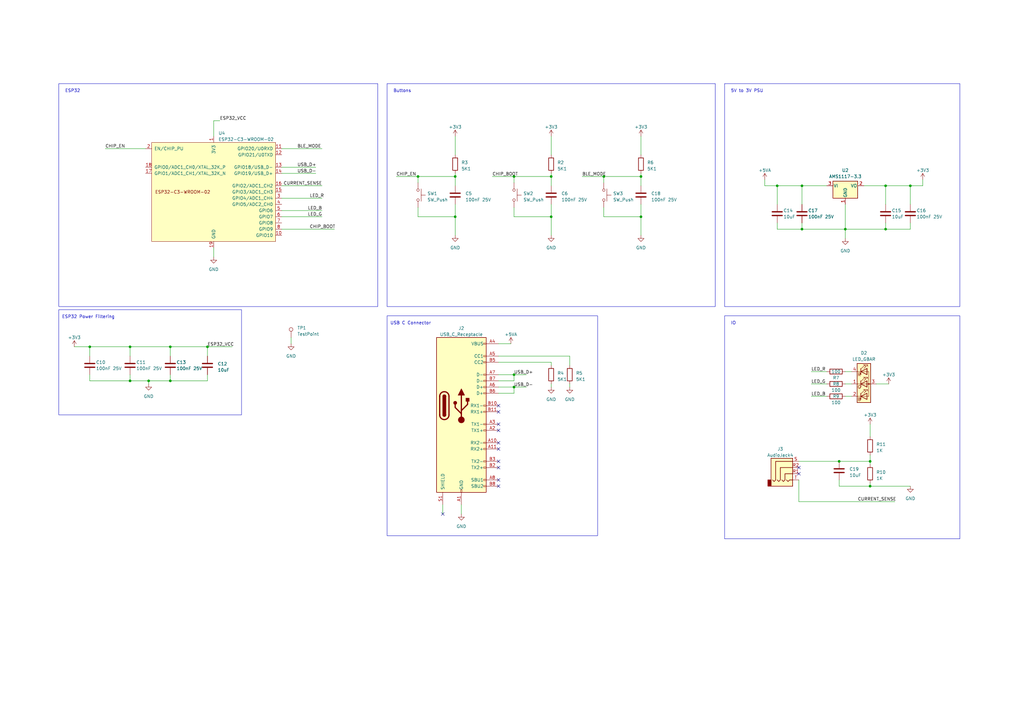
<source format=kicad_sch>
(kicad_sch (version 20230121) (generator eeschema)
  (paper "A3")
  (lib_symbols
    (symbol "Connector:AudioJack4"
      (property "Reference" "J" (at 0 8.89 0))
      (property "Value" "AudioJack4" (at 0 6.35 0))
      (symbol "AudioJack4_0_1"
        (rectangle (start -6.35 -5.08) (end -7.62 -7.62) (stroke (width 0.254)) (fill (type outline)))
        (polyline (pts (xy 0 -5.08) (xy 0.635 -5.715) (xy 1.27 -5.08) (xy 2.54 -5.08)) (stroke (width 0.254)))
        (polyline (pts (xy -5.715 -5.08) (xy -5.08 -5.715) (xy -4.445 -5.08) (xy -4.445 2.54) (xy 2.54 2.54)) (stroke (width 0.254)))
        (polyline (pts (xy -1.905 -5.08) (xy -1.27 -5.715) (xy -0.635 -5.08) (xy -0.635 -2.54) (xy 2.54 -2.54)) (stroke (width 0.254)))
        (polyline (pts (xy 2.54 0) (xy -2.54 0) (xy -2.54 -5.08) (xy -3.175 -5.715) (xy -3.81 -5.08)) (stroke (width 0.254)))
        (rectangle (start 2.54 3.81) (end -6.35 -7.62) (stroke (width 0.254)) (fill (type background)))
      )
      (symbol "AudioJack4_1_1"
        (pin passive line (at 5.08 -2.54 180) (length 2.54) (name "~") (number "R1"))
        (pin passive line (at 5.08 0 180) (length 2.54) (name "~") (number "R2"))
        (pin passive line (at 5.08 2.54 180) (length 2.54) (name "~") (number "S"))
        (pin passive line (at 5.08 -5.08 180) (length 2.54) (name "~") (number "T"))
      )
    )
    (symbol "Connector:TestPoint" (pin_numbers hide) (pin_names (offset 0.762) hide)
      (property "Reference" "TP" (at 0 6.858 0))
      (property "Value" "TestPoint" (at 0 5.08 0))
      (symbol "TestPoint_0_1"
        (circle (center 0 3.302) (radius 0.762))
      )
      (symbol "TestPoint_1_1"
        (pin passive line (at 0 0 90) (length 2.54) (name "1") (number "1"))
      )
    )
    (symbol "Connector:USB_C_Receptacle" (pin_names (offset 1.016))
      (property "Reference" "J2" (at 0 31.75 0))
      (property "Value" "USB_C_Receptacle" (at 0 29.21 0))
      (symbol "USB_C_Receptacle_0_0"
        (rectangle (start -0.254 -35.56) (end 0.254 -34.544))
        (rectangle (start 10.16 -32.766) (end 9.144 -33.274))
        (rectangle (start 10.16 -30.226) (end 9.144 -30.734))
        (rectangle (start 10.16 -25.146) (end 9.144 -25.654))
        (rectangle (start 10.16 -22.606) (end 9.144 -23.114))
        (rectangle (start 10.16 -17.526) (end 9.144 -18.034))
        (rectangle (start 10.16 -14.986) (end 9.144 -15.494))
        (rectangle (start 10.16 -9.906) (end 9.144 -10.414))
        (rectangle (start 10.16 -7.366) (end 9.144 -7.874))
        (rectangle (start 10.16 -2.286) (end 9.144 -2.794))
        (rectangle (start 10.16 0.254) (end 9.144 -0.254))
        (rectangle (start 10.16 5.334) (end 9.144 4.826))
        (rectangle (start 10.16 7.874) (end 9.144 7.366))
        (rectangle (start 10.16 10.414) (end 9.144 9.906))
        (rectangle (start 10.16 12.954) (end 9.144 12.446))
        (rectangle (start 10.16 18.034) (end 9.144 17.526))
        (rectangle (start 10.16 20.574) (end 9.144 20.066))
        (rectangle (start 10.16 25.654) (end 9.144 25.146))
      )
      (symbol "USB_C_Receptacle_0_1"
        (rectangle (start -10.16 27.94) (end 10.16 -35.56) (stroke (width 0.254)) (fill (type background)))
        (arc (start -8.89 -3.81) (mid -6.985 -5.7067) (end -5.08 -3.81) (stroke (width 0.508)))
        (arc (start -7.62 -3.81) (mid -6.985 -4.4423) (end -6.35 -3.81) (stroke (width 0.254)))
        (arc (start -7.62 -3.81) (mid -6.985 -4.4423) (end -6.35 -3.81) (stroke (width 0.254)) (fill (type outline)))
        (rectangle (start -7.62 -3.81) (end -6.35 3.81) (stroke (width 0.254)) (fill (type outline)))
        (arc (start -6.35 3.81) (mid -6.985 4.4423) (end -7.62 3.81) (stroke (width 0.254)))
        (arc (start -6.35 3.81) (mid -6.985 4.4423) (end -7.62 3.81) (stroke (width 0.254)) (fill (type outline)))
        (arc (start -5.08 3.81) (mid -6.985 5.7067) (end -8.89 3.81) (stroke (width 0.508)))
        (polyline (pts (xy -8.89 -3.81) (xy -8.89 3.81)) (stroke (width 0.508)))
        (polyline (pts (xy -5.08 3.81) (xy -5.08 -3.81)) (stroke (width 0.508)))
      )
      (symbol "USB_C_Receptacle_1_1"
        (circle (center -2.54 1.143) (radius 0.635) (stroke (width 0.254)) (fill (type outline)))
        (circle (center 0 -5.842) (radius 1.27) (fill (type outline)))
        (polyline (pts (xy 0 -5.842) (xy 0 4.318)) (stroke (width 0.508)))
        (polyline (pts (xy 0 -3.302) (xy -2.54 -0.762) (xy -2.54 0.508)) (stroke (width 0.508)))
        (polyline (pts (xy 0 -2.032) (xy 2.54 0.508) (xy 2.54 1.778)) (stroke (width 0.508)))
        (polyline (pts (xy -1.27 4.318) (xy 0 6.858) (xy 1.27 4.318) (xy -1.27 4.318)) (stroke (width 0.254)) (fill (type outline)))
        (rectangle (start 1.905 1.778) (end 3.175 3.048) (stroke (width 0.254)) (fill (type outline)))
        (pin passive line (at 0 -40.64 90) (length 5.08) (name "GND") (number "A1"))
        (pin bidirectional line (at 15.24 -15.24 180) (length 5.08) (name "RX2-") (number "A10"))
        (pin bidirectional line (at 15.24 -17.78 180) (length 5.08) (name "RX2+") (number "A11"))
        (pin passive line (at 0 -40.64 90) (length 5.08) hide (name "GND") (number "A12"))
        (pin bidirectional line (at 15.24 -10.16 180) (length 5.08) (name "TX1+") (number "A2"))
        (pin bidirectional line (at 15.24 -7.62 180) (length 5.08) (name "TX1-") (number "A3"))
        (pin passive line (at 15.24 25.4 180) (length 5.08) (name "VBUS") (number "A4"))
        (pin bidirectional line (at 15.24 20.32 180) (length 5.08) (name "CC1") (number "A5"))
        (pin bidirectional line (at 15.24 7.62 180) (length 5.08) (name "D+") (number "A6"))
        (pin bidirectional line (at 15.24 12.7 180) (length 5.08) (name "D-") (number "A7"))
        (pin bidirectional line (at 15.24 -30.48 180) (length 5.08) (name "SBU1") (number "A8"))
        (pin passive line (at 15.24 25.4 180) (length 5.08) hide (name "VBUS") (number "A9"))
        (pin passive line (at 0 -40.64 90) (length 5.08) hide (name "GND") (number "B1"))
        (pin bidirectional line (at 15.24 0 180) (length 5.08) (name "RX1-") (number "B10"))
        (pin bidirectional line (at 15.24 -2.54 180) (length 5.08) (name "RX1+") (number "B11"))
        (pin passive line (at 0 -40.64 90) (length 5.08) hide (name "GND") (number "B12"))
        (pin bidirectional line (at 15.24 -25.4 180) (length 5.08) (name "TX2+") (number "B2"))
        (pin bidirectional line (at 15.24 -22.86 180) (length 5.08) (name "TX2-") (number "B3"))
        (pin passive line (at 15.24 25.4 180) (length 5.08) hide (name "VBUS") (number "B4"))
        (pin bidirectional line (at 15.24 17.78 180) (length 5.08) (name "CC2") (number "B5"))
        (pin bidirectional line (at 15.24 5.08 180) (length 5.08) (name "D+") (number "B6"))
        (pin bidirectional line (at 15.24 10.16 180) (length 5.08) (name "D-") (number "B7"))
        (pin bidirectional line (at 15.24 -33.02 180) (length 5.08) (name "SBU2") (number "B8"))
        (pin passive line (at 15.24 25.4 180) (length 5.08) hide (name "VBUS") (number "B9"))
        (pin passive line (at -7.62 -40.64 90) (length 5.08) (name "SHIELD") (number "S1"))
      )
    )
    (symbol "Device:C" (pin_numbers hide) (pin_names (offset 0.254))
      (property "Reference" "C" (at 0.635 2.54 0))
      (property "Value" "C" (at 0.635 -2.54 0))
      (symbol "C_0_1"
        (polyline (pts (xy -2.032 -0.762) (xy 2.032 -0.762)) (stroke (width 0.508)))
        (polyline (pts (xy -2.032 0.762) (xy 2.032 0.762)) (stroke (width 0.508)))
      )
      (symbol "C_1_1"
        (pin passive line (at 0 3.81 270) (length 2.794) (name "~") (number "1"))
        (pin passive line (at 0 -3.81 90) (length 2.794) (name "~") (number "2"))
      )
    )
    (symbol "Device:LED_GBAR" (pin_names (offset 0) hide)
      (property "Reference" "D" (at 0 9.398 0))
      (property "Value" "LED_GBAR" (at 0 -8.89 0))
      (symbol "LED_GBAR_0_0"
        (text "B" (at -1.905 -6.35 0) (effects (font (size 1.27 1.27))))
        (text "G" (at -1.905 -1.27 0) (effects (font (size 1.27 1.27))))
        (text "R" (at -1.905 3.81 0) (effects (font (size 1.27 1.27))))
      )
      (symbol "LED_GBAR_0_1"
        (polyline (pts (xy -1.27 -5.08) (xy -2.54 -5.08)))
        (polyline (pts (xy -1.27 -5.08) (xy 1.27 -5.08)))
        (polyline (pts (xy -1.27 -3.81) (xy -1.27 -6.35)) (stroke (width 0.254)))
        (polyline (pts (xy -1.27 0) (xy -2.54 0)))
        (polyline (pts (xy -1.27 1.27) (xy -1.27 -1.27)) (stroke (width 0.254)))
        (polyline (pts (xy -1.27 5.08) (xy -2.54 5.08)))
        (polyline (pts (xy -1.27 5.08) (xy 1.27 5.08)))
        (polyline (pts (xy -1.27 6.35) (xy -1.27 3.81)) (stroke (width 0.254)))
        (polyline (pts (xy 1.27 0) (xy -1.27 0)))
        (polyline (pts (xy 1.27 0) (xy 2.54 0)))
        (polyline (pts (xy -1.27 1.27) (xy -1.27 -1.27) (xy -1.27 -1.27)))
        (polyline (pts (xy -1.27 6.35) (xy -1.27 3.81) (xy -1.27 3.81)))
        (polyline (pts (xy 1.27 -5.08) (xy 2.032 -5.08) (xy 2.032 5.08) (xy 1.27 5.08)))
        (polyline (pts (xy 1.27 -3.81) (xy 1.27 -6.35) (xy -1.27 -5.08) (xy 1.27 -3.81)) (stroke (width 0.254)))
        (polyline (pts (xy 1.27 1.27) (xy 1.27 -1.27) (xy -1.27 0) (xy 1.27 1.27)) (stroke (width 0.254)))
        (polyline (pts (xy 1.27 6.35) (xy 1.27 3.81) (xy -1.27 5.08) (xy 1.27 6.35)) (stroke (width 0.254)))
        (polyline (pts (xy -1.016 -3.81) (xy 0.508 -2.286) (xy -0.254 -2.286) (xy 0.508 -2.286) (xy 0.508 -3.048)))
        (polyline (pts (xy -1.016 1.27) (xy 0.508 2.794) (xy -0.254 2.794) (xy 0.508 2.794) (xy 0.508 2.032)))
        (polyline (pts (xy -1.016 6.35) (xy 0.508 7.874) (xy -0.254 7.874) (xy 0.508 7.874) (xy 0.508 7.112)))
        (polyline (pts (xy 0 -3.81) (xy 1.524 -2.286) (xy 0.762 -2.286) (xy 1.524 -2.286) (xy 1.524 -3.048)))
        (polyline (pts (xy 0 1.27) (xy 1.524 2.794) (xy 0.762 2.794) (xy 1.524 2.794) (xy 1.524 2.032)))
        (polyline (pts (xy 0 6.35) (xy 1.524 7.874) (xy 0.762 7.874) (xy 1.524 7.874) (xy 1.524 7.112)))
        (rectangle (start 1.27 -1.27) (end 1.27 1.27))
        (rectangle (start 1.27 1.27) (end 1.27 1.27))
        (rectangle (start 1.27 3.81) (end 1.27 6.35))
        (rectangle (start 1.27 6.35) (end 1.27 6.35))
        (circle (center 2.032 0) (radius 0.254) (fill (type outline)))
        (rectangle (start 2.794 8.382) (end -2.794 -7.62) (stroke (width 0.254)) (fill (type background)))
      )
      (symbol "LED_GBAR_1_1"
        (pin passive line (at -5.08 0 0) (length 2.54) (name "GK") (number "1"))
        (pin passive line (at -5.08 -5.08 0) (length 2.54) (name "BK") (number "2"))
        (pin passive line (at 5.08 0 180) (length 2.54) (name "A") (number "3"))
        (pin passive line (at -5.08 5.08 0) (length 2.54) (name "RK") (number "4"))
      )
    )
    (symbol "Device:R" (pin_numbers hide) (pin_names (offset 0))
      (property "Reference" "R" (at 2.032 0 90))
      (property "Value" "R" (at 0 0 90))
      (symbol "R_0_1"
        (rectangle (start -1.016 -2.54) (end 1.016 2.54) (stroke (width 0.254)))
      )
      (symbol "R_1_1"
        (pin passive line (at 0 3.81 270) (length 1.27) (name "~") (number "1"))
        (pin passive line (at 0 -3.81 90) (length 1.27) (name "~") (number "2"))
      )
    )
    (symbol "Espressif_github:ESP32-C3-WROOM-02" (pin_names (offset 1.016))
      (property "Reference" "U" (at -25.4 25.4 0))
      (property "Value" "ESP32-C3-WROOM-02" (at -25.4 22.86 0))
      (symbol "ESP32-C3-WROOM-02_0_0"
        (text "ESP32-C3-WROOM-02" (at -12.7 0 0) (effects (font (size 1.27 1.27))))
      )
      (symbol "ESP32-C3-WROOM-02_0_1"
        (rectangle (start 25.4 20.32) (end -25.4 -20.32) (fill (type background)))
      )
      (symbol "ESP32-C3-WROOM-02_1_1"
        (pin power_in line (at 0 22.86 270) (length 2.54) (name "3V3") (number "1"))
        (pin bidirectional line (at 27.94 -17.78 180) (length 2.54) (name "GPIO10") (number "10"))
        (pin bidirectional line (at 27.94 17.78 180) (length 2.54) (name "GPIO20/U0RXD") (number "11"))
        (pin bidirectional line (at 27.94 15.24 180) (length 2.54) (name "GPIO21/U0TXD") (number "12"))
        (pin bidirectional line (at 27.94 10.16 180) (length 2.54) (name "GPIO18/USB_D-") (number "13"))
        (pin bidirectional line (at 27.94 7.62 180) (length 2.54) (name "GPIO19/USB_D+") (number "14"))
        (pin bidirectional line (at 27.94 0 180) (length 2.54) (name "GPIO3/ADC1_CH3") (number "15"))
        (pin bidirectional line (at 27.94 2.54 180) (length 2.54) (name "GPIO2/ADC1_CH2") (number "16"))
        (pin bidirectional line (at -27.94 7.62 0) (length 2.54) (name "GPIO1/ADC1_CH1/XTAL_32K_N") (number "17"))
        (pin bidirectional line (at -27.94 10.16 0) (length 2.54) (name "GPIO0/ADC1_CH0/XTAL_32K_P") (number "18"))
        (pin power_in line (at 0 -22.86 90) (length 2.54) (name "GND") (number "19"))
        (pin input line (at -27.94 17.78 0) (length 2.54) (name "EN/CHIP_PU") (number "2"))
        (pin bidirectional line (at 27.94 -2.54 180) (length 2.54) (name "GPIO4/ADC1_CH4") (number "3"))
        (pin bidirectional line (at 27.94 -5.08 180) (length 2.54) (name "GPIO5/ADC2_CH0") (number "4"))
        (pin bidirectional line (at 27.94 -7.62 180) (length 2.54) (name "GPIO6") (number "5"))
        (pin bidirectional line (at 27.94 -10.16 180) (length 2.54) (name "GPIO7") (number "6"))
        (pin bidirectional line (at 27.94 -12.7 180) (length 2.54) (name "GPIO8") (number "7"))
        (pin bidirectional line (at 27.94 -15.24 180) (length 2.54) (name "GPIO9") (number "8"))
        (pin passive line (at 0 -22.86 90) (length 2.54) hide (name "GND") (number "9"))
      )
    )
    (symbol "Regulator_Linear:AMS1117-3.3" (pin_names (offset 0.254))
      (property "Reference" "U" (at -3.81 3.175 0))
      (property "Value" "AMS1117-3.3" (at 0 3.175 0))
      (symbol "AMS1117-3.3_0_1"
        (rectangle (start -5.08 -5.08) (end 5.08 1.905) (stroke (width 0.254)) (fill (type background)))
      )
      (symbol "AMS1117-3.3_1_1"
        (pin power_in line (at 0 -7.62 90) (length 2.54) (name "GND") (number "1"))
        (pin power_out line (at 7.62 0 180) (length 2.54) (name "VO") (number "2"))
        (pin power_in line (at -7.62 0 0) (length 2.54) (name "VI") (number "3"))
      )
    )
    (symbol "Switch:SW_Push" (pin_numbers hide) (pin_names (offset 1.016) hide)
      (property "Reference" "SW" (at 1.27 2.54 0))
      (property "Value" "SW_Push" (at 0 -1.524 0))
      (symbol "SW_Push_0_1"
        (circle (center -2.032 0) (radius 0.508))
        (polyline (pts (xy 0 1.27) (xy 0 3.048)))
        (polyline (pts (xy 2.54 1.27) (xy -2.54 1.27)))
        (circle (center 2.032 0) (radius 0.508))
        (pin passive line (at -5.08 0 0) (length 2.54) (name "1") (number "1"))
        (pin passive line (at 5.08 0 180) (length 2.54) (name "2") (number "2"))
      )
    )
    (symbol "power:+3.3V" (power) (pin_names (offset 0))
      (property "Value" "+3.3V" (at 0 3.556 0))
      (symbol "+3.3V_0_1"
        (polyline (pts (xy -0.762 1.27) (xy 0 2.54)))
        (polyline (pts (xy 0 0) (xy 0 2.54)))
        (polyline (pts (xy 0 2.54) (xy 0.762 1.27)))
      )
      (symbol "+3.3V_1_1"
        (pin power_in line (at 0 0 90) (length 0) hide (name "+3V3") (number "1"))
      )
    )
    (symbol "power:+5VA" (power) (pin_names (offset 0))
      (property "Value" "+5VA" (at 0 3.556 0))
      (symbol "+5VA_0_1"
        (polyline (pts (xy -0.762 1.27) (xy 0 2.54)))
        (polyline (pts (xy 0 0) (xy 0 2.54)))
        (polyline (pts (xy 0 2.54) (xy 0.762 1.27)))
      )
      (symbol "+5VA_1_1"
        (pin power_in line (at 0 0 90) (length 0) hide (name "+5VA") (number "1"))
      )
    )
    (symbol "power:GND" (power) (pin_names (offset 0))
      (property "Value" "GND" (at 0 -3.81 0))
      (symbol "GND_0_1"
        (polyline (pts (xy 0 0) (xy 0 -1.27) (xy 1.27 -1.27) (xy 0 -2.54) (xy -1.27 -1.27) (xy 0 -1.27)))
      )
      (symbol "GND_1_1"
        (pin power_in line (at 0 0 270) (length 0) hide (name "GND") (number "1"))
      )
    )
  )
  (junction (at 53.34 156.21))
  (junction (at 60.96 156.21))
  (junction (at 262.89 88.9))
  (junction (at 69.85 142.24))
  (junction (at 328.93 93.98))
  (junction (at 36.83 142.24))
  (junction (at 210.82 158.75))
  (junction (at 247.65 72.39))
  (junction (at 53.34 142.24))
  (junction (at 226.06 88.9))
  (junction (at 363.22 93.98))
  (junction (at 210.82 72.39))
  (junction (at 373.38 76.2))
  (junction (at 186.69 72.39))
  (junction (at 69.85 156.21))
  (junction (at 210.82 153.67))
  (junction (at 186.69 88.9))
  (junction (at 262.89 72.39))
  (junction (at 85.09 142.24))
  (junction (at 344.17 189.23))
  (junction (at 318.77 76.2))
  (junction (at 356.87 189.23))
  (junction (at 363.22 76.2))
  (junction (at 171.45 72.39))
  (junction (at 328.93 76.2))
  (junction (at 226.06 72.39))
  (junction (at 346.71 93.98))
  (junction (at 356.87 199.39))
  (no_connect (at 204.47 173.99))
  (no_connect (at 204.47 166.37))
  (no_connect (at 204.47 189.23))
  (no_connect (at 204.47 181.61))
  (no_connect (at 204.47 191.77))
  (no_connect (at 204.47 176.53))
  (no_connect (at 327.66 191.77))
  (no_connect (at 181.61 210.82))
  (no_connect (at 204.47 168.91))
  (no_connect (at 204.47 199.39))
  (no_connect (at 204.47 184.15))
  (no_connect (at 204.47 196.85))
  (no_connect (at 327.66 194.31))
  (wire (pts (xy 85.09 142.24) (xy 95.25 142.24)))
  (wire (pts (xy 60.96 156.21) (xy 60.96 157.48)))
  (wire (pts (xy 247.65 72.39) (xy 262.89 72.39)))
  (wire (pts (xy 328.93 91.44) (xy 328.93 93.98)))
  (wire (pts (xy 132.08 76.2) (xy 115.57 76.2)))
  (wire (pts (xy 346.71 157.48) (xy 349.25 157.48)))
  (wire (pts (xy 373.38 91.44) (xy 373.38 93.98)))
  (wire (pts (xy 162.56 72.39) (xy 171.45 72.39)))
  (wire (pts (xy 30.48 142.24) (xy 36.83 142.24)))
  (wire (pts (xy 204.47 140.97) (xy 209.55 140.97)))
  (wire (pts (xy 201.93 72.39) (xy 210.82 72.39)))
  (wire (pts (xy 186.69 71.12) (xy 186.69 72.39)))
  (wire (pts (xy 262.89 55.88) (xy 262.89 63.5)))
  (wire (pts (xy 313.69 73.66) (xy 313.69 76.2)))
  (wire (pts (xy 186.69 83.82) (xy 186.69 88.9)))
  (wire (pts (xy 186.69 55.88) (xy 186.69 63.5)))
  (wire (pts (xy 204.47 158.75) (xy 210.82 158.75)))
  (wire (pts (xy 344.17 189.23) (xy 356.87 189.23)))
  (wire (pts (xy 210.82 74.93) (xy 210.82 72.39)))
  (wire (pts (xy 327.66 205.74) (xy 327.66 196.85)))
  (wire (pts (xy 238.76 72.39) (xy 247.65 72.39)))
  (wire (pts (xy 53.34 142.24) (xy 69.85 142.24)))
  (wire (pts (xy 332.74 152.4) (xy 339.09 152.4)))
  (wire (pts (xy 210.82 88.9) (xy 226.06 88.9)))
  (wire (pts (xy 85.09 142.24) (xy 85.09 146.05)))
  (wire (pts (xy 262.89 71.12) (xy 262.89 72.39)))
  (wire (pts (xy 327.66 189.23) (xy 344.17 189.23)))
  (wire (pts (xy 344.17 199.39) (xy 344.17 196.85)))
  (wire (pts (xy 346.71 162.56) (xy 349.25 162.56)))
  (wire (pts (xy 189.23 207.01) (xy 189.23 210.82)))
  (wire (pts (xy 327.66 205.74) (xy 367.03 205.74)))
  (wire (pts (xy 346.71 83.82) (xy 346.71 93.98)))
  (wire (pts (xy 87.63 55.88) (xy 87.63 49.53)))
  (wire (pts (xy 356.87 198.12) (xy 356.87 199.39)))
  (wire (pts (xy 226.06 157.48) (xy 226.06 158.75)))
  (wire (pts (xy 359.41 157.48) (xy 364.49 157.48)))
  (wire (pts (xy 69.85 153.67) (xy 69.85 156.21)))
  (wire (pts (xy 356.87 199.39) (xy 373.38 199.39)))
  (wire (pts (xy 186.69 72.39) (xy 186.69 76.2)))
  (wire (pts (xy 363.22 76.2) (xy 373.38 76.2)))
  (wire (pts (xy 233.68 157.48) (xy 233.68 158.75)))
  (wire (pts (xy 60.96 156.21) (xy 69.85 156.21)))
  (wire (pts (xy 262.89 88.9) (xy 262.89 96.52)))
  (wire (pts (xy 233.68 146.05) (xy 233.68 149.86)))
  (wire (pts (xy 119.38 138.43) (xy 119.38 140.97)))
  (wire (pts (xy 356.87 173.99) (xy 356.87 179.07)))
  (wire (pts (xy 318.77 93.98) (xy 328.93 93.98)))
  (wire (pts (xy 69.85 142.24) (xy 69.85 146.05)))
  (wire (pts (xy 363.22 93.98) (xy 346.71 93.98)))
  (wire (pts (xy 363.22 91.44) (xy 363.22 93.98)))
  (wire (pts (xy 210.82 72.39) (xy 226.06 72.39)))
  (wire (pts (xy 247.65 85.09) (xy 247.65 88.9)))
  (wire (pts (xy 210.82 85.09) (xy 210.82 88.9)))
  (wire (pts (xy 354.33 76.2) (xy 363.22 76.2)))
  (wire (pts (xy 318.77 76.2) (xy 313.69 76.2)))
  (wire (pts (xy 210.82 161.29) (xy 210.82 158.75)))
  (wire (pts (xy 171.45 85.09) (xy 171.45 88.9)))
  (wire (pts (xy 328.93 93.98) (xy 346.71 93.98)))
  (wire (pts (xy 226.06 55.88) (xy 226.06 63.5)))
  (wire (pts (xy 171.45 74.93) (xy 171.45 72.39)))
  (wire (pts (xy 210.82 153.67) (xy 210.82 156.21)))
  (wire (pts (xy 332.74 157.48) (xy 339.09 157.48)))
  (wire (pts (xy 373.38 76.2) (xy 373.38 83.82)))
  (wire (pts (xy 356.87 190.5) (xy 356.87 189.23)))
  (wire (pts (xy 328.93 76.2) (xy 328.93 83.82)))
  (wire (pts (xy 36.83 156.21) (xy 53.34 156.21)))
  (wire (pts (xy 171.45 88.9) (xy 186.69 88.9)))
  (wire (pts (xy 36.83 142.24) (xy 36.83 146.05)))
  (wire (pts (xy 210.82 153.67) (xy 215.9 153.67)))
  (wire (pts (xy 204.47 161.29) (xy 210.82 161.29)))
  (wire (pts (xy 115.57 60.96) (xy 132.08 60.96)))
  (wire (pts (xy 247.65 88.9) (xy 262.89 88.9)))
  (wire (pts (xy 247.65 74.93) (xy 247.65 72.39)))
  (wire (pts (xy 171.45 72.39) (xy 186.69 72.39)))
  (wire (pts (xy 344.17 199.39) (xy 356.87 199.39)))
  (wire (pts (xy 53.34 156.21) (xy 60.96 156.21)))
  (wire (pts (xy 186.69 88.9) (xy 186.69 96.52)))
  (wire (pts (xy 115.57 93.98) (xy 137.16 93.98)))
  (wire (pts (xy 69.85 156.21) (xy 85.09 156.21)))
  (wire (pts (xy 363.22 93.98) (xy 373.38 93.98)))
  (wire (pts (xy 115.57 68.58) (xy 129.54 68.58)))
  (wire (pts (xy 132.08 88.9) (xy 115.57 88.9)))
  (wire (pts (xy 53.34 142.24) (xy 53.34 146.05)))
  (wire (pts (xy 36.83 153.67) (xy 36.83 156.21)))
  (wire (pts (xy 210.82 158.75) (xy 215.9 158.75)))
  (wire (pts (xy 262.89 72.39) (xy 262.89 76.2)))
  (wire (pts (xy 339.09 76.2) (xy 328.93 76.2)))
  (wire (pts (xy 226.06 71.12) (xy 226.06 72.39)))
  (wire (pts (xy 85.09 153.67) (xy 85.09 156.21)))
  (wire (pts (xy 346.71 93.98) (xy 346.71 97.79)))
  (wire (pts (xy 262.89 83.82) (xy 262.89 88.9)))
  (wire (pts (xy 373.38 76.2) (xy 378.46 76.2)))
  (wire (pts (xy 204.47 146.05) (xy 233.68 146.05)))
  (wire (pts (xy 226.06 148.59) (xy 226.06 149.86)))
  (wire (pts (xy 87.63 101.6) (xy 87.63 105.41)))
  (wire (pts (xy 226.06 72.39) (xy 226.06 76.2)))
  (wire (pts (xy 69.85 142.24) (xy 85.09 142.24)))
  (wire (pts (xy 181.61 207.01) (xy 181.61 210.82)))
  (wire (pts (xy 43.18 60.96) (xy 59.69 60.96)))
  (wire (pts (xy 356.87 186.69) (xy 356.87 189.23)))
  (wire (pts (xy 204.47 148.59) (xy 226.06 148.59)))
  (wire (pts (xy 132.08 81.28) (xy 115.57 81.28)))
  (wire (pts (xy 318.77 91.44) (xy 318.77 93.98)))
  (wire (pts (xy 204.47 153.67) (xy 210.82 153.67)))
  (wire (pts (xy 204.47 156.21) (xy 210.82 156.21)))
  (wire (pts (xy 115.57 71.12) (xy 129.54 71.12)))
  (wire (pts (xy 332.74 162.56) (xy 339.09 162.56)))
  (wire (pts (xy 226.06 83.82) (xy 226.06 88.9)))
  (wire (pts (xy 363.22 76.2) (xy 363.22 83.82)))
  (wire (pts (xy 328.93 76.2) (xy 318.77 76.2)))
  (wire (pts (xy 132.08 86.36) (xy 115.57 86.36)))
  (wire (pts (xy 226.06 88.9) (xy 226.06 96.52)))
  (wire (pts (xy 53.34 153.67) (xy 53.34 156.21)))
  (wire (pts (xy 346.71 152.4) (xy 349.25 152.4)))
  (wire (pts (xy 318.77 76.2) (xy 318.77 83.82)))
  (wire (pts (xy 87.63 49.53) (xy 90.17 49.53)))
  (wire (pts (xy 36.83 142.24) (xy 53.34 142.24)))
  (wire (pts (xy 378.46 73.66) (xy 378.46 76.2)))
  (rectangle (start 297.18 129.54) (end 393.7 220.98))
  (rectangle (start 158.75 34.29) (end 293.37 125.73))
  (rectangle (start 24.13 127) (end 99.06 170.18))
  (rectangle (start 24.13 34.29) (end 154.94 125.73))
  (rectangle (start 297.18 34.29) (end 393.7 125.73))
  (rectangle (start 158.75 129.54) (end 245.11 219.71))
  (text "Buttons" (at 161.29 38.1 0) (effects (font (size 1.27 1.27)) (justify left bottom)))
  (text "5V to 3V PSU" (at 299.72 38.1 0) (effects (font (size 1.27 1.27)) (justify left bottom)))
  (text "USB C Connector" (at 160.02 133.35 0) (effects (font (size 1.27 1.27)) (justify left bottom)))
  (text "IO" (at 299.72 133.35 0) (effects (font (size 1.27 1.27)) (justify left bottom)))
  (text "ESP32" (at 26.67 38.1 0) (effects (font (size 1.27 1.27)) (justify left bottom)))
  (text "ESP32 Power Filtering" (at 25.4 130.81 0) (effects (font (size 1.27 1.27)) (justify left bottom)))
  (label "CHIP_BOOT" (at 201.93 72.39 0))
  (label "CURRENT_SENSE" (at 132.08 76.2 180))
  (label "ESP32_VCC" (at 90.17 49.53 0))
  (label "CURRENT_SENSE" (at 351.79 205.74 0))
  (label "CHIP_EN" (at 162.56 72.39 0))
  (label "BLE_MODE" (at 121.92 60.96 0))
  (label "LED_R" (at 332.74 152.4 0))
  (label "LED_R" (at 127 81.28 0))
  (label "USB_D-" (at 210.82 158.75 0))
  (label "CHIP_EN" (at 43.18 60.96 0))
  (label "USB_D-" (at 121.92 71.12 0))
  (label "ESP32_VCC" (at 85.09 142.24 0))
  (label "LED_G" (at 132.08 88.9 180))
  (label "CHIP_BOOT" (at 127 93.98 0))
  (label "LED_G" (at 332.74 157.48 0))
  (label "LED_B" (at 132.08 86.36 180))
  (label "USB_D+" (at 210.82 153.67 0))
  (label "USB_D+" (at 121.92 68.58 0))
  (label "BLE_MODE" (at 238.76 72.39 0))
  (label "LED_B" (at 332.74 162.56 0))
  (symbol (lib_id "Device:R") (at 226.06 153.67 0) (unit 1)
    (property "Reference" "R4" (at 228.6 153.035 0) (effects (justify left)))
    (property "Value" "5K1" (at 228.6 155.575 0) (effects (justify left)))
    (property "Footprint" "Resistor_SMD:R_0603_1608Metric" (effects hide))
    (property "LCSC" "C269696" (effects hide))
    (property "Price (USD)" "0.0022" (effects hide))
  )
  (symbol (lib_id "Connector:TestPoint") (at 119.38 138.43 0) (unit 1)
    (property "Reference" "TP1" (at 121.92 134.493 0) (effects (justify left)))
    (property "Value" "TestPoint" (at 121.92 137.033 0) (effects (justify left)))
    (property "Footprint" "MountingHole:MountingHole_2.5mm_Pad_Via" (effects hide))
  )
  (symbol (lib_id "Device:C") (at 226.06 80.01 0) (unit 1)
    (property "Reference" "C6" (at 230.2464 79.375 0) (effects (justify left)))
    (property "Value" "100nF 25V" (at 230.2464 81.915 0) (effects (justify left)))
    (property "Footprint" "Capacitor_SMD:C_0603_1608Metric" (effects hide))
    (property "LCSC" "C2857981" (effects hide))
    (property "Price (USD)" "0.004" (effects hide))
  )
  (symbol (lib_id "power:GND") (at 119.38 140.97 0) (unit 1)
    (property "Reference" "#PWR01" (effects hide))
    (property "Value" "GND" (at 119.38 146.05 0))
  )
  (symbol (lib_id "Switch:SW_Push") (at 171.45 80.01 270) (unit 1)
    (property "Reference" "SW1" (at 175.26 79.375 90) (effects (justify left)))
    (property "Value" "SW_Push" (at 175.26 81.915 90) (effects (justify left)))
    (property "Footprint" "Button_Switch_SMD:SW_SPST_CK_RS282G05A3" (effects hide))
    (property "LCSC" "C495942" (effects hide))
    (property "Price (USD)" "0.3165" (effects hide))
  )
  (symbol (lib_id "Device:C") (at 36.83 149.86 0) (unit 1)
    (property "Reference" "C10" (at 39.37 148.59 0) (effects (justify left)))
    (property "Value" "100nF 25V" (at 39.37 151.13 0) (effects (justify left)))
    (property "Footprint" "Capacitor_SMD:C_0603_1608Metric" (effects hide))
    (property "LCSC" "C2857981" (effects hide))
    (property "Price (USD)" "0.004" (effects hide))
  )
  (symbol (lib_id "Device:R") (at 226.06 67.31 0) (unit 1)
    (property "Reference" "R2" (at 228.6 66.675 0) (effects (justify left)))
    (property "Value" "5K1" (at 228.6 69.215 0) (effects (justify left)))
    (property "Footprint" "Resistor_SMD:R_0603_1608Metric" (effects hide))
    (property "LCSC" "C269696" (effects hide))
    (property "Price (USD)" "0.0022" (effects hide))
  )
  (symbol (lib_id "Device:C") (at 262.89 80.01 0) (unit 1)
    (property "Reference" "C18" (at 267.0764 79.375 0) (effects (justify left)))
    (property "Value" "100nF 25V" (at 267.0764 81.915 0) (effects (justify left)))
    (property "Footprint" "Capacitor_SMD:C_0603_1608Metric" (effects hide))
    (property "LCSC" "C2857981" (effects hide))
    (property "Price (USD)" "0.004" (effects hide))
  )
  (symbol (lib_id "Device:R") (at 356.87 182.88 0) (unit 1)
    (property "Reference" "R11" (at 359.41 182.245 0) (effects (justify left)))
    (property "Value" "1K" (at 359.41 184.785 0) (effects (justify left)))
    (property "Footprint" "Resistor_SMD:R_0603_1608Metric" (effects hide))
    (property "LCSC" "C21190" (effects hide))
    (property "Price (USD)" "0.0006" (effects hide))
  )
  (symbol (lib_id "Regulator_Linear:AMS1117-3.3") (at 346.71 76.2 0) (unit 1)
    (property "Reference" "U2" (at 346.71 69.85 0))
    (property "Value" "AMS1117-3.3" (at 346.71 72.39 0))
    (property "Footprint" "Package_TO_SOT_SMD:SOT-223-3_TabPin2" (effects hide))
    (property "Datasheet" "http://www.advanced-monolithic.com/pdf/ds1117.pdf" (effects hide))
    (property "LCSC" "C347222" (effects hide))
    (property "Price (USD)" "0.038" (effects hide))
  )
  (symbol (lib_id "Device:R") (at 342.9 157.48 90) (unit 1)
    (property "Reference" "R8" (at 342.9 157.48 90))
    (property "Value" "100" (at 342.9 160.02 90))
    (property "Footprint" "Resistor_SMD:R_0603_1608Metric" (effects hide))
    (property "LCSC" "C22775" (effects hide))
    (property "Price (USD)" "0.001" (effects hide))
  )
  (symbol (lib_id "Device:C") (at 186.69 80.01 0) (unit 1)
    (property "Reference" "C5" (at 190.8764 79.375 0) (effects (justify left)))
    (property "Value" "100nF 25V" (at 190.8764 81.915 0) (effects (justify left)))
    (property "Footprint" "Capacitor_SMD:C_0603_1608Metric" (effects hide))
    (property "LCSC" "C2857981" (effects hide))
    (property "Price (USD)" "0.004" (effects hide))
  )
  (symbol (lib_id "power:+3.3V") (at 30.48 142.24 0) (unit 1)
    (property "Reference" "#PWR025" (effects hide))
    (property "Value" "+3.3V" (at 30.48 138.43 0))
  )
  (symbol (lib_id "power:+3.3V") (at 262.89 55.88 0) (unit 1)
    (property "Reference" "#PWR026" (effects hide))
    (property "Value" "+3.3V" (at 262.89 52.07 0))
  )
  (symbol (lib_id "Device:C") (at 53.34 149.86 0) (unit 1)
    (property "Reference" "C11" (at 55.88 148.59 0) (effects (justify left)))
    (property "Value" "100nF 25V" (at 55.88 151.13 0) (effects (justify left)))
    (property "Footprint" "Capacitor_SMD:C_0603_1608Metric" (effects hide))
    (property "LCSC" "C2857981" (effects hide))
    (property "Price (USD)" "0.004" (effects hide))
  )
  (symbol (lib_id "Device:R") (at 262.89 67.31 0) (unit 1)
    (property "Reference" "R6" (at 265.43 66.675 0) (effects (justify left)))
    (property "Value" "5K1" (at 265.43 69.215 0) (effects (justify left)))
    (property "Footprint" "Resistor_SMD:R_0603_1608Metric" (effects hide))
    (property "LCSC" "C269696" (effects hide))
    (property "Price (USD)" "0.0022" (effects hide))
  )
  (symbol (lib_id "Device:R") (at 356.87 194.31 0) (unit 1)
    (property "Reference" "R10" (at 359.41 193.675 0) (effects (justify left)))
    (property "Value" "1K" (at 359.41 196.215 0) (effects (justify left)))
    (property "Footprint" "Resistor_SMD:R_0603_1608Metric" (effects hide))
    (property "LCSC" "C21190" (effects hide))
    (property "Price (USD)" "0.0006" (effects hide))
  )
  (symbol (lib_id "Device:R") (at 186.69 67.31 0) (unit 1)
    (property "Reference" "R3" (at 189.23 66.675 0) (effects (justify left)))
    (property "Value" "5K1" (at 189.23 69.215 0) (effects (justify left)))
    (property "Footprint" "Resistor_SMD:R_0603_1608Metric" (effects hide))
    (property "LCSC" "C269696" (effects hide))
    (property "Price (USD)" "0.0022" (effects hide))
  )
  (symbol (lib_id "Switch:SW_Push") (at 210.82 80.01 270) (unit 1)
    (property "Reference" "SW2" (at 214.63 79.375 90) (effects (justify left)))
    (property "Value" "SW_Push" (at 214.63 81.915 90) (effects (justify left)))
    (property "Footprint" "Button_Switch_SMD:SW_SPST_CK_RS282G05A3" (effects hide))
    (property "LCSC" "C495942" (effects hide))
    (property "Price (USD)" "0.3165" (effects hide))
  )
  (symbol (lib_id "power:GND") (at 233.68 158.75 0) (unit 1)
    (property "Reference" "#PWR03" (effects hide))
    (property "Value" "GND" (at 233.68 163.83 0))
  )
  (symbol (lib_id "Device:C") (at 344.17 193.04 0) (unit 1)
    (property "Reference" "C19" (at 348.3564 192.405 0) (effects (justify left)))
    (property "Value" "10uF" (at 348.3564 194.945 0) (effects (justify left)))
    (property "Footprint" "Capacitor_SMD:C_0805_2012Metric" (effects hide))
    (property "LCSC" "C385035" (effects hide))
    (property "Price (USD)" "0.0831" (effects hide))
  )
  (symbol (lib_id "power:+5VA") (at 313.69 73.66 0) (unit 1)
    (property "Reference" "#PWR023" (effects hide))
    (property "Value" "+5VA" (at 313.69 69.85 0))
  )
  (symbol (lib_id "power:+3.3V") (at 186.69 55.88 0) (unit 1)
    (property "Reference" "#PWR09" (effects hide))
    (property "Value" "+3.3V" (at 186.69 52.07 0))
  )
  (symbol (lib_id "Connector:AudioJack4") (at 322.58 191.77 0) (unit 1)
    (property "Reference" "J3" (at 320.04 184.15 0))
    (property "Value" "AudioJack4" (at 320.04 186.69 0))
    (property "Footprint" "Audio_Ext:Jack_3.5mm_PJ320E_Horizontal" (effects hide))
    (property "LCSC" "C431535" (effects hide))
  )
  (symbol (lib_id "Device:C") (at 363.22 87.63 0) (unit 1)
    (property "Reference" "C15" (at 365.76 86.36 0) (effects (justify left)))
    (property "Value" "10uF" (at 365.76 88.9 0) (effects (justify left)))
    (property "Footprint" "Capacitor_SMD:C_0805_2012Metric" (effects hide))
    (property "LCSC" "C385035" (effects hide))
    (property "Price (USD)" "0.0831" (effects hide))
  )
  (symbol (lib_id "Espressif_github:ESP32-C3-WROOM-02") (at 87.63 78.74 0) (unit 1)
    (property "Reference" "U4" (at 89.5859 54.61 0) (effects (justify left)))
    (property "Value" "ESP32-C3-WROOM-02" (at 89.5859 57.15 0) (effects (justify left)))
    (property "Footprint" "Espressif:ESP32-C3-WROOM-02" (effects hide))
    (property "Datasheet" "https://www.espressif.com/sites/default/files/documentation/esp32-c3-wroom-02_datasheet_en.pdf" (effects hide))
  )
  (symbol (lib_id "power:GND") (at 189.23 210.82 0) (unit 1)
    (property "Reference" "#PWR02" (effects hide))
    (property "Value" "GND" (at 189.23 215.9 0))
  )
  (symbol (lib_id "power:+5VA") (at 209.55 140.97 0) (unit 1)
    (property "Reference" "#PWR021" (effects hide))
    (property "Value" "+5VA" (at 209.55 137.16 0))
  )
  (symbol (lib_id "Device:R") (at 342.9 162.56 90) (unit 1)
    (property "Reference" "R9" (at 342.9 162.56 90))
    (property "Value" "100" (at 342.9 165.1 90))
    (property "Footprint" "Resistor_SMD:R_0603_1608Metric" (effects hide))
    (property "LCSC" "C22775" (effects hide))
    (property "Price (USD)" "0.001" (effects hide))
  )
  (symbol (lib_id "power:GND") (at 60.96 157.48 0) (unit 1)
    (property "Reference" "#PWR020" (effects hide))
    (property "Value" "GND" (at 60.96 162.56 0))
  )
  (symbol (lib_id "Device:C") (at 69.85 149.86 0) (unit 1)
    (property "Reference" "C13" (at 72.39 148.59 0) (effects (justify left)))
    (property "Value" "100nF 25V" (at 72.39 151.13 0) (effects (justify left)))
    (property "Footprint" "Capacitor_SMD:C_0603_1608Metric" (effects hide))
    (property "LCSC" "C2857981" (effects hide))
    (property "Price (USD)" "0.004" (effects hide))
  )
  (symbol (lib_id "power:GND") (at 186.69 96.52 0) (unit 1)
    (property "Reference" "#PWR010" (effects hide))
    (property "Value" "GND" (at 186.69 101.6 0))
  )
  (symbol (lib_id "power:GND") (at 373.38 199.39 0) (unit 1)
    (property "Reference" "#PWR031" (effects hide))
    (property "Value" "GND" (at 373.38 204.47 0))
  )
  (symbol (lib_id "power:+3.3V") (at 356.87 173.99 0) (unit 1)
    (property "Reference" "#PWR030" (effects hide))
    (property "Value" "+3.3V" (at 356.87 170.18 0))
  )
  (symbol (lib_id "power:+3.3V") (at 378.46 73.66 0) (unit 1)
    (property "Reference" "#PWR024" (effects hide))
    (property "Value" "+3.3V" (at 378.46 69.85 0))
  )
  (symbol (lib_id "Device:R") (at 233.68 153.67 0) (unit 1)
    (property "Reference" "R5" (at 236.22 153.035 0) (effects (justify left)))
    (property "Value" "5K1" (at 236.22 155.575 0) (effects (justify left)))
    (property "Footprint" "Resistor_SMD:R_0603_1608Metric" (effects hide))
    (property "LCSC" "C269696" (effects hide))
    (property "Price (USD)" "0.0022" (effects hide))
  )
  (symbol (lib_id "Device:C") (at 85.09 149.86 0) (unit 1)
    (property "Reference" "C12" (at 89.2764 149.225 0) (effects (justify left)))
    (property "Value" "10uF" (at 89.2764 151.765 0) (effects (justify left)))
    (property "Footprint" "Capacitor_SMD:C_0805_2012Metric" (effects hide))
    (property "LCSC" "C385035" (effects hide))
    (property "Price (USD)" "0.0831" (effects hide))
  )
  (symbol (lib_id "Device:C") (at 328.93 87.63 0) (unit 1)
    (property "Reference" "C17" (at 331.47 86.36 0) (effects (justify left)))
    (property "Value" "100nF 25V" (at 331.47 88.9 0) (effects (justify left)))
    (property "Footprint" "Capacitor_SMD:C_0603_1608Metric" (effects hide))
    (property "LCSC" "C2857981" (effects hide))
    (property "Price (USD)" "0.004" (effects hide))
  )
  (symbol (lib_id "Device:R") (at 342.9 152.4 90) (unit 1)
    (property "Reference" "R7" (at 342.9 154.94 90))
    (property "Value" "100" (at 342.9 152.4 90))
    (property "Footprint" "Resistor_SMD:R_0603_1608Metric" (effects hide))
    (property "LCSC" "C22775" (effects hide))
    (property "Price (USD)" "0.001" (effects hide))
  )
  (symbol (lib_id "power:GND") (at 226.06 96.52 0) (unit 1)
    (property "Reference" "#PWR012" (effects hide))
    (property "Value" "GND" (at 226.06 101.6 0))
  )
  (symbol (lib_id "power:GND") (at 262.89 96.52 0) (unit 1)
    (property "Reference" "#PWR027" (effects hide))
    (property "Value" "GND" (at 262.89 101.6 0))
  )
  (symbol (lib_id "Device:C") (at 318.77 87.63 0) (unit 1)
    (property "Reference" "C14" (at 321.31 86.36 0) (effects (justify left)))
    (property "Value" "10uF" (at 321.31 88.9 0) (effects (justify left)))
    (property "Footprint" "Capacitor_SMD:C_0805_2012Metric" (effects hide))
    (property "LCSC" "C385035" (effects hide))
    (property "Price (USD)" "0.0831" (effects hide))
  )
  (symbol (lib_id "Switch:SW_Push") (at 247.65 80.01 270) (unit 1)
    (property "Reference" "SW3" (at 251.46 79.375 90) (effects (justify left)))
    (property "Value" "SW_Push" (at 251.46 81.915 90) (effects (justify left)))
    (property "Footprint" "Button_Switch_SMD:SW_SPST_CK_RS282G05A3" (effects hide))
    (property "LCSC" "C495942" (effects hide))
    (property "Price (USD)" "0.3165" (effects hide))
  )
  (symbol (lib_id "power:GND") (at 346.71 97.79 0) (unit 1)
    (property "Reference" "#PWR022" (effects hide))
    (property "Value" "GND" (at 346.71 102.87 0))
  )
  (symbol (lib_id "power:+3.3V") (at 364.49 157.48 0) (unit 1)
    (property "Reference" "#PWR028" (effects hide))
    (property "Value" "+3.3V" (at 364.49 153.67 0))
  )
  (symbol (lib_id "Device:LED_GBAR") (at 354.33 157.48 0) (unit 1)
    (property "Reference" "D2" (at 354.33 144.78 0))
    (property "Value" "LED_GBAR" (at 354.33 147.32 0))
    (property "Footprint" "LED_THT:LED_D5.0mm-4_RGB" (effects hide))
    (property "LCSC" "C2827302" (effects hide))
    (property "Price (USD)" "0.0216" (effects hide))
  )
  (symbol (lib_id "power:+3.3V") (at 226.06 55.88 0) (unit 1)
    (property "Reference" "#PWR011" (effects hide))
    (property "Value" "+3.3V" (at 226.06 52.07 0))
  )
  (symbol (lib_id "Device:C") (at 373.38 87.63 0) (unit 1)
    (property "Reference" "C16" (at 375.92 86.36 0) (effects (justify left)))
    (property "Value" "100nF 25V" (at 375.92 88.9 0) (effects (justify left)))
    (property "Footprint" "Capacitor_SMD:C_0603_1608Metric" (effects hide))
    (property "LCSC" "C2857981" (effects hide))
    (property "Price (USD)" "0.004" (effects hide))
  )
  (symbol (lib_id "power:GND") (at 87.63 105.41 0) (unit 1)
    (property "Reference" "#PWR032" (effects hide))
    (property "Value" "GND" (at 87.63 110.49 0))
  )
  (symbol (lib_id "Connector:USB_C_Receptacle") (at 189.23 166.37 0) (unit 1)
    (property "Reference" "J2" (at 189.23 134.62 0))
    (property "Value" "USB_C_Receptacle" (at 189.23 137.16 0))
    (property "Footprint" "Connector_USB:USB_C_Receptacle_Palconn_UTC16-G" (effects hide))
    (property "Datasheet" "https://www.usb.org/sites/default/files/documents/usb_type-c.zip" (effects hide))
    (property "LCSC" "C2927038" (effects hide))
    (property "Price (USD)" "0.0491" (effects hide))
  )
  (symbol (lib_id "power:GND") (at 226.06 158.75 0) (unit 1)
    (property "Reference" "#PWR013" (effects hide))
    (property "Value" "GND" (at 226.06 163.83 0))
  )
)
</source>
